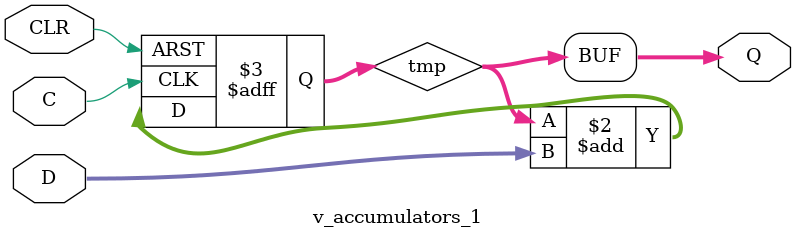
<source format=v>
module v_accumulators_1 (C, CLR, D, Q);

    parameter WIDTH = 4;
    input   C, CLR;
    input   [WIDTH-1:0] D;
    output  [WIDTH-1:0] Q;
    reg     [WIDTH-1:0] tmp;
    
    always @(posedge C or posedge CLR)
    begin
        if (CLR)
            tmp = {WIDTH{1'b0}};
        else
            tmp = tmp + D;
        end
    assign Q = tmp;
endmodule

</source>
